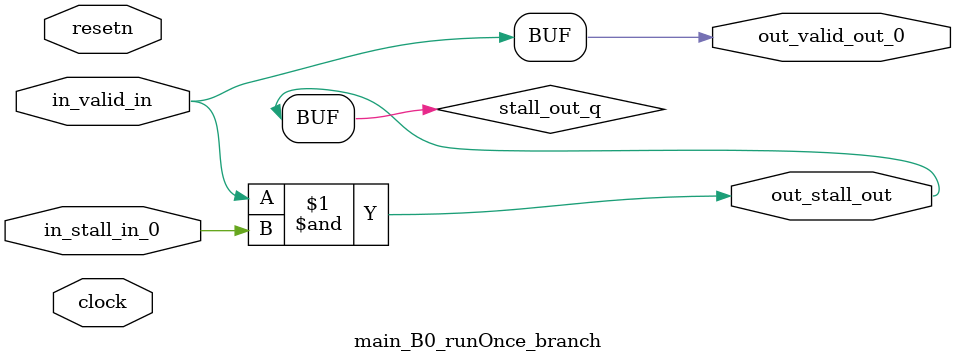
<source format=sv>



(* altera_attribute = "-name AUTO_SHIFT_REGISTER_RECOGNITION OFF; -name MESSAGE_DISABLE 10036; -name MESSAGE_DISABLE 10037; -name MESSAGE_DISABLE 14130; -name MESSAGE_DISABLE 14320; -name MESSAGE_DISABLE 15400; -name MESSAGE_DISABLE 14130; -name MESSAGE_DISABLE 10036; -name MESSAGE_DISABLE 12020; -name MESSAGE_DISABLE 12030; -name MESSAGE_DISABLE 12010; -name MESSAGE_DISABLE 12110; -name MESSAGE_DISABLE 14320; -name MESSAGE_DISABLE 13410; -name MESSAGE_DISABLE 113007; -name MESSAGE_DISABLE 10958" *)
module main_B0_runOnce_branch (
    input wire [0:0] in_stall_in_0,
    input wire [0:0] in_valid_in,
    output wire [0:0] out_stall_out,
    output wire [0:0] out_valid_out_0,
    input wire clock,
    input wire resetn
    );

    wire [0:0] stall_out_q;


    // stall_out(LOGICAL,6)
    assign stall_out_q = in_valid_in & in_stall_in_0;

    // out_stall_out(GPOUT,4)
    assign out_stall_out = stall_out_q;

    // out_valid_out_0(GPOUT,5)
    assign out_valid_out_0 = in_valid_in;

endmodule

</source>
